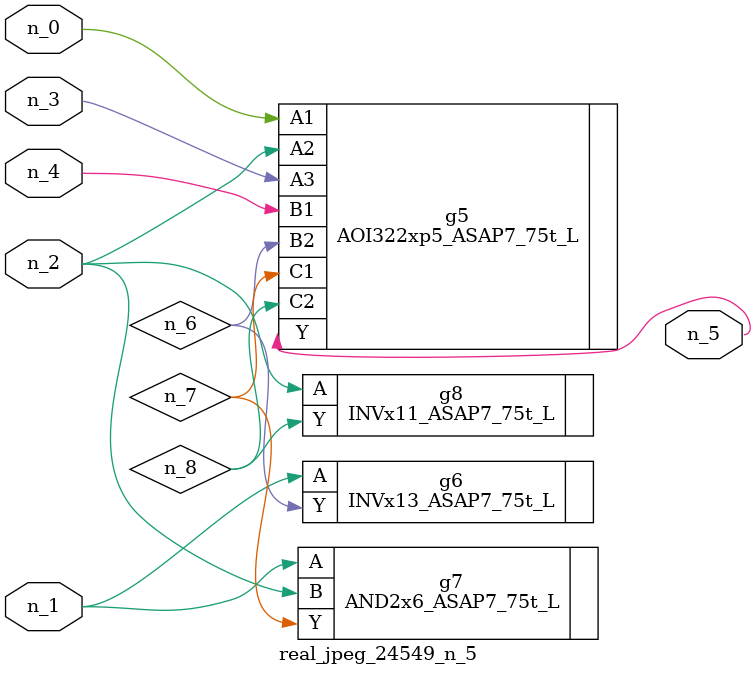
<source format=v>
module real_jpeg_24549_n_5 (n_4, n_0, n_1, n_2, n_3, n_5);

input n_4;
input n_0;
input n_1;
input n_2;
input n_3;

output n_5;

wire n_8;
wire n_6;
wire n_7;

AOI322xp5_ASAP7_75t_L g5 ( 
.A1(n_0),
.A2(n_2),
.A3(n_3),
.B1(n_4),
.B2(n_6),
.C1(n_7),
.C2(n_8),
.Y(n_5)
);

INVx13_ASAP7_75t_L g6 ( 
.A(n_1),
.Y(n_6)
);

AND2x6_ASAP7_75t_L g7 ( 
.A(n_1),
.B(n_2),
.Y(n_7)
);

INVx11_ASAP7_75t_L g8 ( 
.A(n_2),
.Y(n_8)
);


endmodule
</source>
